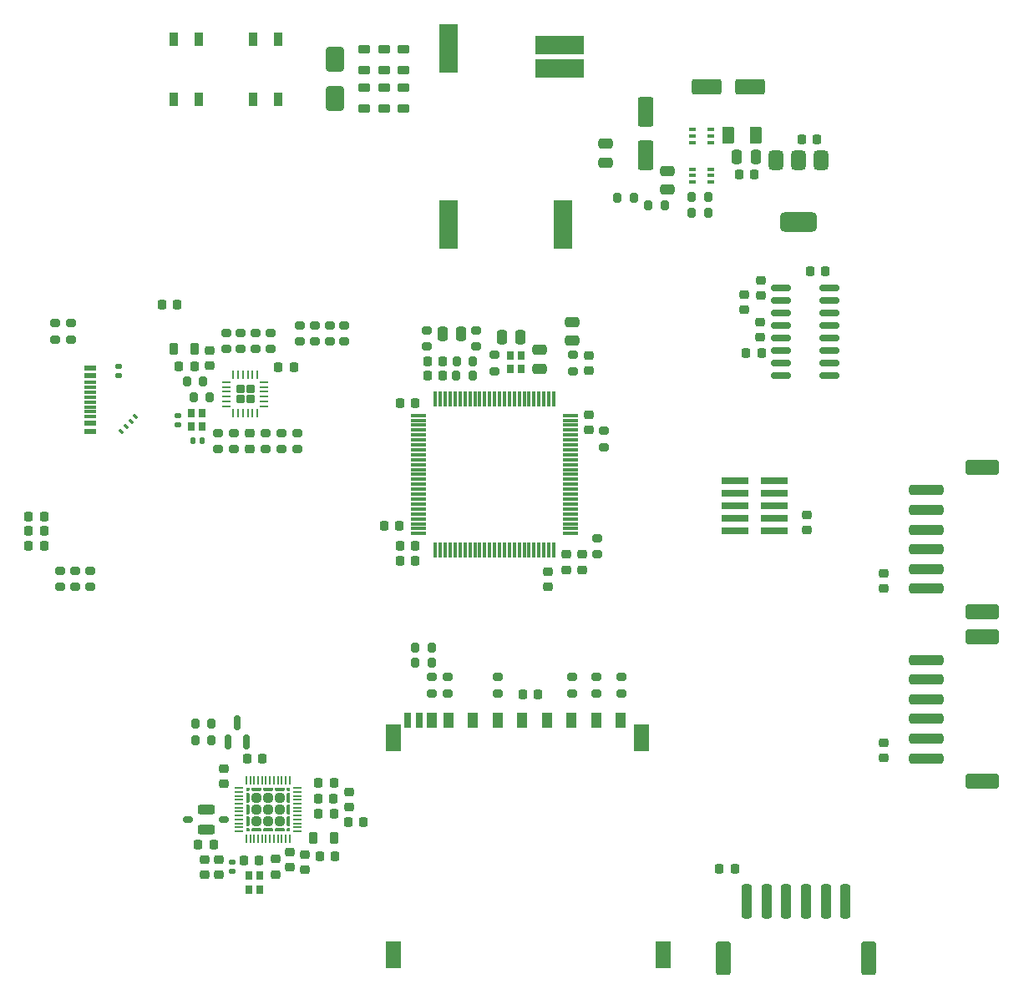
<source format=gbr>
%TF.GenerationSoftware,KiCad,Pcbnew,9.0.0-1.fc41*%
%TF.CreationDate,2025-03-05T15:22:43-08:00*%
%TF.ProjectId,hw_alpha,68775f61-6c70-4686-912e-6b696361645f,rev?*%
%TF.SameCoordinates,Original*%
%TF.FileFunction,Paste,Top*%
%TF.FilePolarity,Positive*%
%FSLAX46Y46*%
G04 Gerber Fmt 4.6, Leading zero omitted, Abs format (unit mm)*
G04 Created by KiCad (PCBNEW 9.0.0-1.fc41) date 2025-03-05 15:22:43*
%MOMM*%
%LPD*%
G01*
G04 APERTURE LIST*
G04 Aperture macros list*
%AMRoundRect*
0 Rectangle with rounded corners*
0 $1 Rounding radius*
0 $2 $3 $4 $5 $6 $7 $8 $9 X,Y pos of 4 corners*
0 Add a 4 corners polygon primitive as box body*
4,1,4,$2,$3,$4,$5,$6,$7,$8,$9,$2,$3,0*
0 Add four circle primitives for the rounded corners*
1,1,$1+$1,$2,$3*
1,1,$1+$1,$4,$5*
1,1,$1+$1,$6,$7*
1,1,$1+$1,$8,$9*
0 Add four rect primitives between the rounded corners*
20,1,$1+$1,$2,$3,$4,$5,0*
20,1,$1+$1,$4,$5,$6,$7,0*
20,1,$1+$1,$6,$7,$8,$9,0*
20,1,$1+$1,$8,$9,$2,$3,0*%
%AMFreePoly0*
4,1,19,0.160014,0.182309,0.196624,0.131920,0.201556,0.100778,0.201556,0.026143,0.182309,-0.033093,0.172039,-0.045118,0.045118,-0.172039,-0.010378,-0.200315,-0.026143,-0.201556,-0.100778,-0.201556,-0.160014,-0.182309,-0.196624,-0.131920,-0.201556,-0.100778,-0.201556,0.100778,-0.182309,0.160014,-0.131920,0.196624,-0.100778,0.201556,0.100778,0.201556,0.160014,0.182309,0.160014,0.182309,
$1*%
%AMFreePoly1*
4,1,21,0.102516,0.464193,0.107888,0.459269,0.177090,0.390067,0.201239,0.338280,0.201557,0.331000,0.201557,-0.331000,0.182014,-0.384695,0.177090,-0.390067,0.107888,-0.459269,0.056101,-0.483418,0.048821,-0.483736,-0.118023,-0.483736,-0.171718,-0.464193,-0.200288,-0.414708,-0.201557,-0.400202,-0.201557,0.400202,-0.182014,0.453897,-0.132529,0.482467,-0.118023,0.483736,0.048821,0.483736,
0.102516,0.464193,0.102516,0.464193,$1*%
%AMFreePoly2*
4,1,19,0.033093,0.182309,0.045118,0.172039,0.172039,0.045118,0.200315,-0.010378,0.201556,-0.026143,0.201556,-0.100778,0.182309,-0.160014,0.131920,-0.196624,0.100778,-0.201556,-0.100778,-0.201556,-0.160014,-0.182309,-0.196624,-0.131920,-0.201556,-0.100778,-0.201556,0.100778,-0.182309,0.160014,-0.131920,0.196624,-0.100778,0.201556,-0.026143,0.201556,0.033093,0.182309,0.033093,0.182309,
$1*%
%AMFreePoly3*
4,1,21,0.453897,0.182014,0.482467,0.132529,0.483736,0.118023,0.483736,-0.048821,0.464193,-0.102516,0.459269,-0.107888,0.390067,-0.177090,0.338280,-0.201239,0.331000,-0.201557,-0.331000,-0.201557,-0.384695,-0.182014,-0.390067,-0.177090,-0.459269,-0.107888,-0.483418,-0.056101,-0.483736,-0.048821,-0.483736,0.118023,-0.464193,0.171718,-0.414708,0.200288,-0.400202,0.201557,0.400202,0.201557,
0.453897,0.182014,0.453897,0.182014,$1*%
%AMFreePoly4*
4,1,21,0.384695,0.182014,0.390067,0.177090,0.459269,0.107888,0.483418,0.056101,0.483736,0.048821,0.483736,-0.118023,0.464193,-0.171718,0.414708,-0.200288,0.400202,-0.201557,-0.400202,-0.201557,-0.453897,-0.182014,-0.482467,-0.132529,-0.483736,-0.118023,-0.483736,0.048821,-0.464193,0.102516,-0.459269,0.107888,-0.390067,0.177090,-0.338280,0.201239,-0.331000,0.201557,0.331000,0.201557,
0.384695,0.182014,0.384695,0.182014,$1*%
%AMFreePoly5*
4,1,19,0.160014,0.182309,0.196624,0.131920,0.201556,0.100778,0.201556,-0.100778,0.182309,-0.160014,0.131920,-0.196624,0.100778,-0.201556,0.026143,-0.201556,-0.033093,-0.182309,-0.045118,-0.172039,-0.172039,-0.045118,-0.200315,0.010378,-0.201556,0.026143,-0.201556,0.100778,-0.182309,0.160014,-0.131920,0.196624,-0.100778,0.201556,0.100778,0.201556,0.160014,0.182309,0.160014,0.182309,
$1*%
%AMFreePoly6*
4,1,21,0.171718,0.464193,0.200288,0.414708,0.201557,0.400202,0.201557,-0.400202,0.182014,-0.453897,0.132529,-0.482467,0.118023,-0.483736,-0.048821,-0.483736,-0.102516,-0.464193,-0.107888,-0.459269,-0.177090,-0.390067,-0.201239,-0.338280,-0.201557,-0.331000,-0.201557,0.331000,-0.182014,0.384695,-0.177090,0.390067,-0.107888,0.459269,-0.056101,0.483418,-0.048821,0.483736,0.118023,0.483736,
0.171718,0.464193,0.171718,0.464193,$1*%
%AMFreePoly7*
4,1,19,0.160014,0.182309,0.196624,0.131920,0.201556,0.100778,0.201556,-0.100778,0.182309,-0.160014,0.131920,-0.196624,0.100778,-0.201556,-0.100778,-0.201556,-0.160014,-0.182309,-0.196624,-0.131920,-0.201556,-0.100778,-0.201556,-0.026143,-0.182309,0.033093,-0.172039,0.045118,-0.045118,0.172039,0.010378,0.200315,0.026143,0.201556,0.100778,0.201556,0.160014,0.182309,0.160014,0.182309,
$1*%
%AMFreePoly8*
4,1,25,0.266375,0.443630,0.297109,0.420047,0.420047,0.297109,0.458455,0.230584,0.463512,0.192176,0.463512,-0.192176,0.443630,-0.266375,0.420047,-0.297109,0.297109,-0.420047,0.230584,-0.458455,0.192176,-0.463512,-0.192176,-0.463512,-0.266375,-0.443630,-0.297109,-0.420047,-0.420047,-0.297109,-0.458455,-0.230584,-0.463512,-0.192176,-0.463512,0.192176,-0.443630,0.266375,-0.420047,0.297109,
-0.297109,0.420047,-0.230584,0.458455,-0.192176,0.463512,0.192176,0.463512,0.266375,0.443630,0.266375,0.443630,$1*%
G04 Aperture macros list end*
%ADD10RoundRect,0.225000X0.225000X0.250000X-0.225000X0.250000X-0.225000X-0.250000X0.225000X-0.250000X0*%
%ADD11RoundRect,0.200000X-0.200000X-0.275000X0.200000X-0.275000X0.200000X0.275000X-0.200000X0.275000X0*%
%ADD12RoundRect,0.225000X-0.250000X0.225000X-0.250000X-0.225000X0.250000X-0.225000X0.250000X0.225000X0*%
%ADD13FreePoly0,0.000000*%
%ADD14FreePoly1,0.000000*%
%ADD15FreePoly2,0.000000*%
%ADD16FreePoly3,0.000000*%
%ADD17RoundRect,0.241868X-0.241867X-0.241867X0.241867X-0.241867X0.241867X0.241867X-0.241867X0.241867X0*%
%ADD18FreePoly4,0.000000*%
%ADD19FreePoly5,0.000000*%
%ADD20FreePoly6,0.000000*%
%ADD21FreePoly7,0.000000*%
%ADD22RoundRect,0.050000X-0.350000X-0.050000X0.350000X-0.050000X0.350000X0.050000X-0.350000X0.050000X0*%
%ADD23RoundRect,0.050000X-0.050000X-0.350000X0.050000X-0.350000X0.050000X0.350000X-0.050000X0.350000X0*%
%ADD24RoundRect,0.200000X0.275000X-0.200000X0.275000X0.200000X-0.275000X0.200000X-0.275000X-0.200000X0*%
%ADD25RoundRect,0.200000X-0.275000X0.200000X-0.275000X-0.200000X0.275000X-0.200000X0.275000X0.200000X0*%
%ADD26R,1.830000X5.000000*%
%ADD27R,5.000000X1.830000*%
%ADD28RoundRect,0.225000X0.250000X-0.225000X0.250000X0.225000X-0.250000X0.225000X-0.250000X-0.225000X0*%
%ADD29RoundRect,0.250000X0.250000X0.475000X-0.250000X0.475000X-0.250000X-0.475000X0.250000X-0.475000X0*%
%ADD30RoundRect,0.225000X-0.225000X-0.250000X0.225000X-0.250000X0.225000X0.250000X-0.225000X0.250000X0*%
%ADD31RoundRect,0.218750X0.381250X-0.218750X0.381250X0.218750X-0.381250X0.218750X-0.381250X-0.218750X0*%
%ADD32RoundRect,0.075000X0.070711X-0.176777X0.176777X-0.070711X-0.070711X0.176777X-0.176777X0.070711X0*%
%ADD33RoundRect,0.250000X-0.250000X-0.475000X0.250000X-0.475000X0.250000X0.475000X-0.250000X0.475000X0*%
%ADD34R,0.812800X1.435100*%
%ADD35RoundRect,0.250000X0.550000X-1.250000X0.550000X1.250000X-0.550000X1.250000X-0.550000X-1.250000X0*%
%ADD36RoundRect,0.147500X-0.172500X0.147500X-0.172500X-0.147500X0.172500X-0.147500X0.172500X0.147500X0*%
%ADD37R,0.800000X0.900000*%
%ADD38RoundRect,0.150000X0.150000X-0.587500X0.150000X0.587500X-0.150000X0.587500X-0.150000X-0.587500X0*%
%ADD39RoundRect,0.100000X-0.225000X-0.100000X0.225000X-0.100000X0.225000X0.100000X-0.225000X0.100000X0*%
%ADD40RoundRect,0.250000X-0.375000X-0.625000X0.375000X-0.625000X0.375000X0.625000X-0.375000X0.625000X0*%
%ADD41RoundRect,0.218750X-0.381250X0.218750X-0.381250X-0.218750X0.381250X-0.218750X0.381250X0.218750X0*%
%ADD42RoundRect,0.250000X-0.250000X-1.500000X0.250000X-1.500000X0.250000X1.500000X-0.250000X1.500000X0*%
%ADD43RoundRect,0.250001X-0.499999X-1.449999X0.499999X-1.449999X0.499999X1.449999X-0.499999X1.449999X0*%
%ADD44RoundRect,0.150000X-0.825000X-0.150000X0.825000X-0.150000X0.825000X0.150000X-0.825000X0.150000X0*%
%ADD45R,2.770000X0.650000*%
%ADD46RoundRect,0.075000X-0.075000X0.725000X-0.075000X-0.725000X0.075000X-0.725000X0.075000X0.725000X0*%
%ADD47RoundRect,0.075000X-0.725000X0.075000X-0.725000X-0.075000X0.725000X-0.075000X0.725000X0.075000X0*%
%ADD48RoundRect,0.218750X0.218750X0.256250X-0.218750X0.256250X-0.218750X-0.256250X0.218750X-0.256250X0*%
%ADD49RoundRect,0.200000X0.200000X0.275000X-0.200000X0.275000X-0.200000X-0.275000X0.200000X-0.275000X0*%
%ADD50RoundRect,0.140000X0.140000X0.170000X-0.140000X0.170000X-0.140000X-0.170000X0.140000X-0.170000X0*%
%ADD51RoundRect,0.218750X-0.218750X-0.381250X0.218750X-0.381250X0.218750X0.381250X-0.218750X0.381250X0*%
%ADD52R,1.000000X1.500000*%
%ADD53R,0.700000X1.500000*%
%ADD54R,1.500000X2.799990*%
%ADD55RoundRect,0.250000X1.500000X-0.250000X1.500000X0.250000X-1.500000X0.250000X-1.500000X-0.250000X0*%
%ADD56RoundRect,0.250001X1.449999X-0.499999X1.449999X0.499999X-1.449999X0.499999X-1.449999X-0.499999X0*%
%ADD57RoundRect,0.250000X-0.650000X1.000000X-0.650000X-1.000000X0.650000X-1.000000X0.650000X1.000000X0*%
%ADD58RoundRect,0.250000X1.250000X0.550000X-1.250000X0.550000X-1.250000X-0.550000X1.250000X-0.550000X0*%
%ADD59RoundRect,0.250000X0.475000X-0.250000X0.475000X0.250000X-0.475000X0.250000X-0.475000X-0.250000X0*%
%ADD60RoundRect,0.375000X-0.375000X0.625000X-0.375000X-0.625000X0.375000X-0.625000X0.375000X0.625000X0*%
%ADD61RoundRect,0.500000X-1.400000X0.500000X-1.400000X-0.500000X1.400000X-0.500000X1.400000X0.500000X0*%
%ADD62RoundRect,0.140000X-0.170000X0.140000X-0.170000X-0.140000X0.170000X-0.140000X0.170000X0.140000X0*%
%ADD63FreePoly8,0.000000*%
%ADD64RoundRect,0.062500X-0.375000X-0.062500X0.375000X-0.062500X0.375000X0.062500X-0.375000X0.062500X0*%
%ADD65RoundRect,0.062500X-0.062500X-0.375000X0.062500X-0.375000X0.062500X0.375000X-0.062500X0.375000X0*%
%ADD66RoundRect,0.075000X-0.070711X0.176777X-0.176777X0.070711X0.070711X-0.176777X0.176777X-0.070711X0*%
%ADD67R,1.150000X0.600000*%
%ADD68R,1.150000X0.300000*%
%ADD69RoundRect,0.250000X-0.475000X0.250000X-0.475000X-0.250000X0.475000X-0.250000X0.475000X0.250000X0*%
%ADD70RoundRect,0.152500X0.342500X0.152500X-0.342500X0.152500X-0.342500X-0.152500X0.342500X-0.152500X0*%
%ADD71RoundRect,0.247500X0.627500X0.247500X-0.627500X0.247500X-0.627500X-0.247500X0.627500X-0.247500X0*%
G04 APERTURE END LIST*
D10*
%TO.C,C26*%
X121775000Y-52994792D03*
X120225000Y-52994792D03*
%TD*%
D11*
%TO.C,R4*%
X84350000Y-63600000D03*
X86000000Y-63600000D03*
%TD*%
D12*
%TO.C,C41*%
X58800000Y-112675000D03*
X58800000Y-114225000D03*
%TD*%
D13*
%TO.C,U3*%
X63200000Y-105550000D03*
D14*
X63200000Y-106400000D03*
X63200000Y-107600000D03*
X63200000Y-108800000D03*
D15*
X63200000Y-109650000D03*
D16*
X64050000Y-105550000D03*
D17*
X64050000Y-106400000D03*
X64050000Y-107600000D03*
X64050000Y-108800000D03*
D18*
X64050000Y-109650000D03*
D16*
X65250000Y-105550000D03*
D17*
X65250000Y-106400000D03*
X65250000Y-107600000D03*
X65250000Y-108800000D03*
D18*
X65250000Y-109650000D03*
D16*
X66450000Y-105550000D03*
D17*
X66450000Y-106400000D03*
X66450000Y-107600000D03*
X66450000Y-108800000D03*
D18*
X66450000Y-109650000D03*
D19*
X67300000Y-105550000D03*
D20*
X67300000Y-106400000D03*
X67300000Y-107600000D03*
X67300000Y-108800000D03*
D21*
X67300000Y-109650000D03*
D22*
X62300000Y-105400000D03*
X62300000Y-105800000D03*
X62300000Y-106200000D03*
X62300000Y-106600000D03*
X62300000Y-107000000D03*
X62300000Y-107400000D03*
X62300000Y-107800000D03*
X62300000Y-108200000D03*
X62300000Y-108600000D03*
X62300000Y-109000000D03*
X62300000Y-109400000D03*
X62300000Y-109800000D03*
D23*
X63050000Y-110550000D03*
X63450000Y-110550000D03*
X63850000Y-110550000D03*
X64250000Y-110550000D03*
X64650000Y-110550000D03*
X65050000Y-110550000D03*
X65450000Y-110550000D03*
X65850000Y-110550000D03*
X66250000Y-110550000D03*
X66650000Y-110550000D03*
X67050000Y-110550000D03*
X67450000Y-110550000D03*
D22*
X68200000Y-109800000D03*
X68200000Y-109400000D03*
X68200000Y-109000000D03*
X68200000Y-108600000D03*
X68200000Y-108200000D03*
X68200000Y-107800000D03*
X68200000Y-107400000D03*
X68200000Y-107000000D03*
X68200000Y-106600000D03*
X68200000Y-106200000D03*
X68200000Y-105800000D03*
X68200000Y-105400000D03*
D23*
X67450000Y-104650000D03*
X67050000Y-104650000D03*
X66650000Y-104650000D03*
X66250000Y-104650000D03*
X65850000Y-104650000D03*
X65450000Y-104650000D03*
X65050000Y-104650000D03*
X64650000Y-104650000D03*
X64250000Y-104650000D03*
X63850000Y-104650000D03*
X63450000Y-104650000D03*
X63050000Y-104650000D03*
%TD*%
D24*
%TO.C,R34*%
X60200000Y-71050000D03*
X60200000Y-69400000D03*
%TD*%
D25*
%TO.C,R9*%
X98550000Y-94150000D03*
X98550000Y-95800000D03*
%TD*%
D12*
%TO.C,C43*%
X66000000Y-112625000D03*
X66000000Y-114175000D03*
%TD*%
D26*
%TO.C,U2*%
X95142500Y-48255000D03*
D27*
X94822500Y-32405000D03*
X94822500Y-30065000D03*
D26*
X83562500Y-30375000D03*
X83562500Y-48255000D03*
%TD*%
D28*
%TO.C,C63*%
X119900000Y-79225000D03*
X119900000Y-77675000D03*
%TD*%
D12*
%TO.C,C14*%
X95500000Y-81725000D03*
X95500000Y-83275000D03*
%TD*%
D25*
%TO.C,R31*%
X62500000Y-59250000D03*
X62500000Y-60900000D03*
%TD*%
D29*
%TO.C,C47*%
X114675000Y-41375000D03*
X112775000Y-41375000D03*
%TD*%
D12*
%TO.C,C8*%
X93600000Y-83425000D03*
X93600000Y-84975000D03*
%TD*%
D30*
%TO.C,C16*%
X78625000Y-66400000D03*
X80175000Y-66400000D03*
%TD*%
D31*
%TO.C,FB5*%
X79000000Y-32562500D03*
X79000000Y-30437500D03*
%TD*%
D32*
%TO.C,U5*%
X51352513Y-68247487D03*
X51847487Y-67752513D03*
%TD*%
D10*
%TO.C,C30*%
X74925000Y-108900000D03*
X73375000Y-108900000D03*
%TD*%
D25*
%TO.C,R6*%
X86375000Y-58975000D03*
X86375000Y-60625000D03*
%TD*%
D24*
%TO.C,R15*%
X98600000Y-81700000D03*
X98600000Y-80050000D03*
%TD*%
D33*
%TO.C,C12*%
X82925000Y-59300000D03*
X84825000Y-59300000D03*
%TD*%
D34*
%TO.C,D1*%
X58270000Y-29458350D03*
X58270000Y-35541650D03*
X55730000Y-29458350D03*
X55730000Y-35541650D03*
%TD*%
D12*
%TO.C,C37*%
X73450000Y-105775000D03*
X73450000Y-107325000D03*
%TD*%
D35*
%TO.C,C1*%
X103525000Y-41175000D03*
X103525000Y-36775000D03*
%TD*%
D36*
%TO.C,D7*%
X50100000Y-62630000D03*
X50100000Y-63600000D03*
%TD*%
D37*
%TO.C,Y2*%
X64450000Y-115700000D03*
X64450000Y-114300000D03*
X63350000Y-114300000D03*
X63350000Y-115700000D03*
%TD*%
D38*
%TO.C,Q1*%
X61200000Y-100700000D03*
X63100000Y-100700000D03*
X62150000Y-98825000D03*
%TD*%
D10*
%TO.C,C56*%
X57800000Y-62600000D03*
X56250000Y-62600000D03*
%TD*%
D39*
%TO.C,U7*%
X108275000Y-42625000D03*
X108275000Y-43275000D03*
X108275000Y-43925000D03*
X110175000Y-43925000D03*
X110175000Y-43275000D03*
X110175000Y-42625000D03*
%TD*%
D25*
%TO.C,R11*%
X81850000Y-94150000D03*
X81850000Y-95800000D03*
%TD*%
D24*
%TO.C,R37*%
X68500000Y-60125000D03*
X68500000Y-58475000D03*
%TD*%
D10*
%TO.C,C39*%
X59725000Y-111150000D03*
X58175000Y-111150000D03*
%TD*%
D40*
%TO.C,F1*%
X111925000Y-39175000D03*
X114725000Y-39175000D03*
%TD*%
D25*
%TO.C,R36*%
X65000000Y-69375000D03*
X65000000Y-71025000D03*
%TD*%
D41*
%TO.C,FB2*%
X75000000Y-34375000D03*
X75000000Y-36500000D03*
%TD*%
D30*
%TO.C,C34*%
X70325000Y-106475000D03*
X71875000Y-106475000D03*
%TD*%
D24*
%TO.C,R41*%
X99300000Y-70825000D03*
X99300000Y-69175000D03*
%TD*%
D42*
%TO.C,J11*%
X113800000Y-116950000D03*
X115800000Y-116950000D03*
X117800000Y-116950000D03*
X119800000Y-116950000D03*
X121800000Y-116950000D03*
X123800000Y-116950000D03*
D43*
X111450000Y-122700000D03*
X126150000Y-122700000D03*
%TD*%
D25*
%TO.C,R5*%
X88250000Y-61475000D03*
X88250000Y-63125000D03*
%TD*%
D44*
%TO.C,U1*%
X117225000Y-54649792D03*
X117225000Y-55919792D03*
X117225000Y-57189792D03*
X117225000Y-58459792D03*
X117225000Y-59729792D03*
X117225000Y-60999792D03*
X117225000Y-62269792D03*
X117225000Y-63539792D03*
X122175000Y-63539792D03*
X122175000Y-62269792D03*
X122175000Y-60999792D03*
X122175000Y-59729792D03*
X122175000Y-58459792D03*
X122175000Y-57189792D03*
X122175000Y-55919792D03*
X122175000Y-54649792D03*
%TD*%
D45*
%TO.C,J4*%
X116600000Y-79350000D03*
X112570000Y-79350000D03*
X116600000Y-78080000D03*
X112570000Y-78080000D03*
X116600000Y-76810000D03*
X112570000Y-76810000D03*
X116600000Y-75540000D03*
X112570000Y-75540000D03*
X116600000Y-74270000D03*
X112570000Y-74270000D03*
%TD*%
D25*
%TO.C,L1*%
X81375000Y-58975000D03*
X81375000Y-60625000D03*
%TD*%
D46*
%TO.C,U4*%
X94225000Y-65925000D03*
X93725000Y-65925000D03*
X93225000Y-65925000D03*
X92725000Y-65925000D03*
X92225000Y-65925000D03*
X91725000Y-65925000D03*
X91225000Y-65925000D03*
X90725000Y-65925000D03*
X90225000Y-65925000D03*
X89725000Y-65925000D03*
X89225000Y-65925000D03*
X88725000Y-65925000D03*
X88225000Y-65925000D03*
X87725000Y-65925000D03*
X87225000Y-65925000D03*
X86725000Y-65925000D03*
X86225000Y-65925000D03*
X85725000Y-65925000D03*
X85225000Y-65925000D03*
X84725000Y-65925000D03*
X84225000Y-65925000D03*
X83725000Y-65925000D03*
X83225000Y-65925000D03*
X82725000Y-65925000D03*
X82225000Y-65925000D03*
D47*
X80550000Y-67600000D03*
X80550000Y-68100000D03*
X80550000Y-68600000D03*
X80550000Y-69100000D03*
X80550000Y-69600000D03*
X80550000Y-70100000D03*
X80550000Y-70600000D03*
X80550000Y-71100000D03*
X80550000Y-71600000D03*
X80550000Y-72100000D03*
X80550000Y-72600000D03*
X80550000Y-73100000D03*
X80550000Y-73600000D03*
X80550000Y-74100000D03*
X80550000Y-74600000D03*
X80550000Y-75100000D03*
X80550000Y-75600000D03*
X80550000Y-76100000D03*
X80550000Y-76600000D03*
X80550000Y-77100000D03*
X80550000Y-77600000D03*
X80550000Y-78100000D03*
X80550000Y-78600000D03*
X80550000Y-79100000D03*
X80550000Y-79600000D03*
D46*
X82225000Y-81275000D03*
X82725000Y-81275000D03*
X83225000Y-81275000D03*
X83725000Y-81275000D03*
X84225000Y-81275000D03*
X84725000Y-81275000D03*
X85225000Y-81275000D03*
X85725000Y-81275000D03*
X86225000Y-81275000D03*
X86725000Y-81275000D03*
X87225000Y-81275000D03*
X87725000Y-81275000D03*
X88225000Y-81275000D03*
X88725000Y-81275000D03*
X89225000Y-81275000D03*
X89725000Y-81275000D03*
X90225000Y-81275000D03*
X90725000Y-81275000D03*
X91225000Y-81275000D03*
X91725000Y-81275000D03*
X92225000Y-81275000D03*
X92725000Y-81275000D03*
X93225000Y-81275000D03*
X93725000Y-81275000D03*
X94225000Y-81275000D03*
D47*
X95900000Y-79600000D03*
X95900000Y-79100000D03*
X95900000Y-78600000D03*
X95900000Y-78100000D03*
X95900000Y-77600000D03*
X95900000Y-77100000D03*
X95900000Y-76600000D03*
X95900000Y-76100000D03*
X95900000Y-75600000D03*
X95900000Y-75100000D03*
X95900000Y-74600000D03*
X95900000Y-74100000D03*
X95900000Y-73600000D03*
X95900000Y-73100000D03*
X95900000Y-72600000D03*
X95900000Y-72100000D03*
X95900000Y-71600000D03*
X95900000Y-71100000D03*
X95900000Y-70600000D03*
X95900000Y-70100000D03*
X95900000Y-69600000D03*
X95900000Y-69100000D03*
X95900000Y-68600000D03*
X95900000Y-68100000D03*
X95900000Y-67600000D03*
%TD*%
D10*
%TO.C,C50*%
X56075000Y-56400000D03*
X54525000Y-56400000D03*
%TD*%
D25*
%TO.C,R30*%
X61000000Y-59250000D03*
X61000000Y-60900000D03*
%TD*%
D12*
%TO.C,C19*%
X97100000Y-81725000D03*
X97100000Y-83275000D03*
%TD*%
D37*
%TO.C,Y1*%
X89800000Y-61500000D03*
X89800000Y-62900000D03*
X90900000Y-62900000D03*
X90900000Y-61500000D03*
%TD*%
D30*
%TO.C,C51*%
X66325000Y-62700000D03*
X67875000Y-62700000D03*
%TD*%
D25*
%TO.C,R17*%
X45700000Y-83375000D03*
X45700000Y-85025000D03*
%TD*%
D48*
%TO.C,D5*%
X42575000Y-79350000D03*
X41000000Y-79350000D03*
%TD*%
D11*
%TO.C,R24*%
X100700000Y-45575000D03*
X102350000Y-45575000D03*
%TD*%
D48*
%TO.C,D4*%
X42575000Y-77850000D03*
X41000000Y-77850000D03*
%TD*%
D49*
%TO.C,R32*%
X58700000Y-64200000D03*
X57050000Y-64200000D03*
%TD*%
%TO.C,R13*%
X81850000Y-92700000D03*
X80200000Y-92700000D03*
%TD*%
D50*
%TO.C,C57*%
X58600000Y-70162500D03*
X57640000Y-70162500D03*
%TD*%
D30*
%TO.C,C4*%
X81400000Y-62100000D03*
X82950000Y-62100000D03*
%TD*%
D25*
%TO.C,R12*%
X83500000Y-94150000D03*
X83500000Y-95800000D03*
%TD*%
D51*
%TO.C,L2*%
X69837500Y-110500000D03*
X71962500Y-110500000D03*
%TD*%
D28*
%TO.C,C52*%
X59300000Y-62575000D03*
X59300000Y-61025000D03*
%TD*%
D25*
%TO.C,R10*%
X101050000Y-94150000D03*
X101050000Y-95800000D03*
%TD*%
D52*
%TO.C,J2*%
X98530000Y-98550000D03*
X96030000Y-98550000D03*
X93530000Y-98550000D03*
X91030000Y-98550000D03*
X88530000Y-98550000D03*
X86030000Y-98550000D03*
X83530000Y-98550000D03*
X81899990Y-98550000D03*
X101030000Y-98550000D03*
D53*
X80600000Y-98550000D03*
X79400000Y-98550000D03*
D54*
X78000000Y-100299840D03*
X103100000Y-100299840D03*
X78000000Y-122300000D03*
X105300000Y-122300000D03*
%TD*%
D28*
%TO.C,C61*%
X127700000Y-85175000D03*
X127700000Y-83625000D03*
%TD*%
D30*
%TO.C,C42*%
X62775000Y-112800000D03*
X64325000Y-112800000D03*
%TD*%
D28*
%TO.C,C44*%
X60750000Y-104975000D03*
X60750000Y-103425000D03*
%TD*%
D25*
%TO.C,R28*%
X64000000Y-59250000D03*
X64000000Y-60900000D03*
%TD*%
D55*
%TO.C,J6*%
X131950000Y-102400000D03*
X131950000Y-100400000D03*
X131950000Y-98400000D03*
X131950000Y-96400000D03*
X131950000Y-94400000D03*
X131950000Y-92400000D03*
D56*
X137700000Y-104750000D03*
X137700000Y-90050000D03*
%TD*%
D10*
%TO.C,C9*%
X78575000Y-78800000D03*
X77025000Y-78800000D03*
%TD*%
D24*
%TO.C,R35*%
X66600000Y-71025000D03*
X66600000Y-69375000D03*
%TD*%
%TO.C,R19*%
X43700000Y-59925000D03*
X43700000Y-58275000D03*
%TD*%
D12*
%TO.C,C23*%
X115100000Y-58144792D03*
X115100000Y-59694792D03*
%TD*%
D24*
%TO.C,R33*%
X61800000Y-71050000D03*
X61800000Y-69400000D03*
%TD*%
D57*
%TO.C,D3*%
X72000000Y-31500000D03*
X72000000Y-35500000D03*
%TD*%
D30*
%TO.C,C36*%
X70375000Y-104850000D03*
X71925000Y-104850000D03*
%TD*%
D10*
%TO.C,C29*%
X72075000Y-112300000D03*
X70525000Y-112300000D03*
%TD*%
D31*
%TO.C,FB4*%
X77000000Y-36500000D03*
X77000000Y-34375000D03*
%TD*%
D37*
%TO.C,Y3*%
X57520000Y-67362500D03*
X57520000Y-68762500D03*
X58620000Y-68762500D03*
X58620000Y-67362500D03*
%TD*%
D58*
%TO.C,C46*%
X114125000Y-34275000D03*
X109725000Y-34275000D03*
%TD*%
D30*
%TO.C,C45*%
X63150000Y-102450000D03*
X64700000Y-102450000D03*
%TD*%
%TO.C,C21*%
X91100000Y-95900000D03*
X92650000Y-95900000D03*
%TD*%
D11*
%TO.C,R3*%
X84375000Y-62100000D03*
X86025000Y-62100000D03*
%TD*%
%TO.C,R40*%
X57725000Y-65762500D03*
X59375000Y-65762500D03*
%TD*%
D59*
%TO.C,C2*%
X99500000Y-41950000D03*
X99500000Y-40050000D03*
%TD*%
D28*
%TO.C,C20*%
X97800000Y-63100000D03*
X97800000Y-61550000D03*
%TD*%
D60*
%TO.C,U9*%
X121325000Y-41725000D03*
X119025000Y-41725000D03*
D61*
X119025000Y-48025000D03*
D60*
X116725000Y-41725000D03*
%TD*%
D10*
%TO.C,C48*%
X114575000Y-43175000D03*
X113025000Y-43175000D03*
%TD*%
D12*
%TO.C,C22*%
X113500000Y-55344792D03*
X113500000Y-56894792D03*
%TD*%
D10*
%TO.C,C18*%
X80175000Y-82400000D03*
X78625000Y-82400000D03*
%TD*%
D51*
%TO.C,FB7*%
X55725000Y-60900000D03*
X57850000Y-60900000D03*
%TD*%
D29*
%TO.C,C7*%
X90850000Y-59700000D03*
X88950000Y-59700000D03*
%TD*%
D41*
%TO.C,FB3*%
X77000000Y-30437500D03*
X77000000Y-32562500D03*
%TD*%
D62*
%TO.C,C58*%
X56120000Y-67602500D03*
X56120000Y-68562500D03*
%TD*%
D25*
%TO.C,R16*%
X44150000Y-83375000D03*
X44150000Y-85025000D03*
%TD*%
D11*
%TO.C,R26*%
X108200000Y-45475000D03*
X109850000Y-45475000D03*
%TD*%
D63*
%TO.C,U10*%
X62450000Y-64962500D03*
X62450000Y-65962500D03*
X63450000Y-64962500D03*
X63450000Y-65962500D03*
D64*
X61012500Y-64212500D03*
X61012500Y-64712500D03*
X61012500Y-65212500D03*
X61012500Y-65712500D03*
X61012500Y-66212500D03*
X61012500Y-66712500D03*
D65*
X61700000Y-67400000D03*
X62200000Y-67400000D03*
X62700000Y-67400000D03*
X63200000Y-67400000D03*
X63700000Y-67400000D03*
X64200000Y-67400000D03*
D64*
X64887500Y-66712500D03*
X64887500Y-66212500D03*
X64887500Y-65712500D03*
X64887500Y-65212500D03*
X64887500Y-64712500D03*
X64887500Y-64212500D03*
D65*
X64200000Y-63525000D03*
X63700000Y-63525000D03*
X63200000Y-63525000D03*
X62700000Y-63525000D03*
X62200000Y-63525000D03*
X61700000Y-63525000D03*
%TD*%
D28*
%TO.C,C25*%
X115200000Y-55469792D03*
X115200000Y-53919792D03*
%TD*%
D31*
%TO.C,FB1*%
X75000000Y-32562500D03*
X75000000Y-30437500D03*
%TD*%
D24*
%TO.C,R39*%
X68200000Y-71025000D03*
X68200000Y-69375000D03*
%TD*%
D66*
%TO.C,U6*%
X50847487Y-68752513D03*
X50352513Y-69247487D03*
%TD*%
D67*
%TO.C,J7*%
X47255000Y-62800000D03*
X47255000Y-63600000D03*
D68*
X47255000Y-64750000D03*
X47255000Y-65750000D03*
X47255000Y-66250000D03*
X47255000Y-67250000D03*
D67*
X47255000Y-68400000D03*
X47255000Y-69200000D03*
X47255000Y-69200000D03*
X47255000Y-68400000D03*
D68*
X47255000Y-67750000D03*
X47255000Y-66750000D03*
X47255000Y-65250000D03*
X47255000Y-64250000D03*
D67*
X47255000Y-63600000D03*
X47255000Y-62800000D03*
%TD*%
D10*
%TO.C,C62*%
X112575000Y-113600000D03*
X111025000Y-113600000D03*
%TD*%
D25*
%TO.C,R2*%
X71500000Y-58475000D03*
X71500000Y-60125000D03*
%TD*%
%TO.C,R8*%
X88550000Y-94150000D03*
X88550000Y-95800000D03*
%TD*%
%TO.C,R29*%
X65500000Y-59250000D03*
X65500000Y-60900000D03*
%TD*%
D28*
%TO.C,C60*%
X127700000Y-102375000D03*
X127700000Y-100825000D03*
%TD*%
D69*
%TO.C,C3*%
X105725000Y-42825000D03*
X105725000Y-44725000D03*
%TD*%
D30*
%TO.C,C35*%
X70375000Y-108000000D03*
X71925000Y-108000000D03*
%TD*%
D48*
%TO.C,D6*%
X42575000Y-80850000D03*
X41000000Y-80850000D03*
%TD*%
D39*
%TO.C,U8*%
X108275000Y-38625000D03*
X108275000Y-39275000D03*
X108275000Y-39925000D03*
X110175000Y-39925000D03*
X110175000Y-39275000D03*
X110175000Y-38625000D03*
%TD*%
D30*
%TO.C,C49*%
X119375000Y-39575000D03*
X120925000Y-39575000D03*
%TD*%
D12*
%TO.C,C38*%
X60300000Y-112675000D03*
X60300000Y-114225000D03*
%TD*%
D10*
%TO.C,C24*%
X115275000Y-61294792D03*
X113725000Y-61294792D03*
%TD*%
D24*
%TO.C,R38*%
X73000000Y-60125000D03*
X73000000Y-58475000D03*
%TD*%
D11*
%TO.C,R22*%
X57900000Y-98900000D03*
X59550000Y-98900000D03*
%TD*%
D25*
%TO.C,R18*%
X47250000Y-83375000D03*
X47250000Y-85025000D03*
%TD*%
%TO.C,R7*%
X96100000Y-94150000D03*
X96100000Y-95800000D03*
%TD*%
D12*
%TO.C,C17*%
X97800000Y-67550000D03*
X97800000Y-69100000D03*
%TD*%
D11*
%TO.C,R23*%
X57900000Y-100600000D03*
X59550000Y-100600000D03*
%TD*%
D34*
%TO.C,D2*%
X66270000Y-29458350D03*
X66270000Y-35541650D03*
X63730000Y-29458350D03*
X63730000Y-35541650D03*
%TD*%
D59*
%TO.C,C27*%
X96100000Y-60050000D03*
X96100000Y-58150000D03*
%TD*%
D70*
%TO.C,FL1*%
X60800000Y-108600000D03*
D71*
X58985000Y-107585000D03*
D70*
X57170000Y-108600000D03*
D71*
X58985000Y-109615000D03*
%TD*%
D10*
%TO.C,C13*%
X80200000Y-80800000D03*
X78650000Y-80800000D03*
%TD*%
D49*
%TO.C,R27*%
X109850000Y-47075000D03*
X108200000Y-47075000D03*
%TD*%
D69*
%TO.C,C6*%
X92800000Y-60950000D03*
X92800000Y-62850000D03*
%TD*%
D12*
%TO.C,C28*%
X69000000Y-112125000D03*
X69000000Y-113675000D03*
%TD*%
D24*
%TO.C,R20*%
X45300000Y-59925000D03*
X45300000Y-58275000D03*
%TD*%
D41*
%TO.C,FB6*%
X79000000Y-34375000D03*
X79000000Y-36500000D03*
%TD*%
D11*
%TO.C,R25*%
X103800000Y-46275000D03*
X105450000Y-46275000D03*
%TD*%
D12*
%TO.C,C32*%
X67500000Y-111925000D03*
X67500000Y-113475000D03*
%TD*%
D55*
%TO.C,J5*%
X131950000Y-85200000D03*
X131950000Y-83200000D03*
X131950000Y-81200000D03*
X131950000Y-79200000D03*
X131950000Y-77200000D03*
X131950000Y-75200000D03*
D56*
X137700000Y-87550000D03*
X137700000Y-72850000D03*
%TD*%
D25*
%TO.C,R1*%
X70000000Y-58475000D03*
X70000000Y-60125000D03*
%TD*%
D30*
%TO.C,C5*%
X81400000Y-63600000D03*
X82950000Y-63600000D03*
%TD*%
D62*
%TO.C,C31*%
X61600000Y-112920000D03*
X61600000Y-113880000D03*
%TD*%
D24*
%TO.C,R21*%
X96200000Y-63125000D03*
X96200000Y-61475000D03*
%TD*%
D49*
%TO.C,R14*%
X81850000Y-91150000D03*
X80200000Y-91150000D03*
%TD*%
D12*
%TO.C,C53*%
X63400000Y-69450000D03*
X63400000Y-71000000D03*
%TD*%
M02*

</source>
